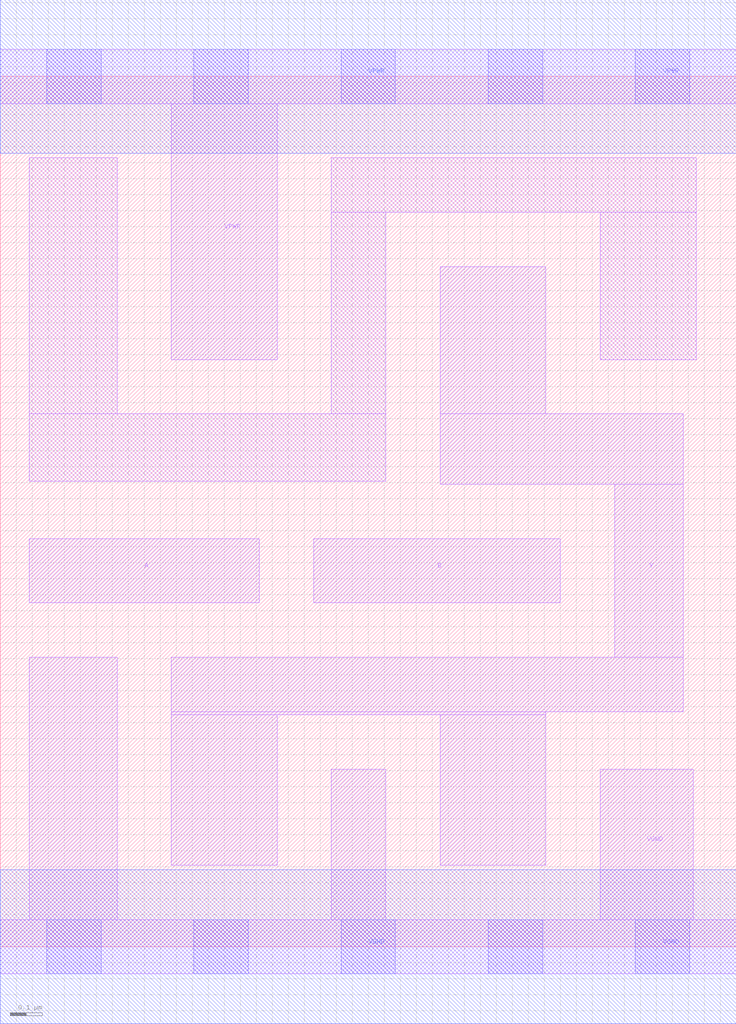
<source format=lef>
# Copyright 2020 The SkyWater PDK Authors
#
# Licensed under the Apache License, Version 2.0 (the "License");
# you may not use this file except in compliance with the License.
# You may obtain a copy of the License at
#
#     https://www.apache.org/licenses/LICENSE-2.0
#
# Unless required by applicable law or agreed to in writing, software
# distributed under the License is distributed on an "AS IS" BASIS,
# WITHOUT WARRANTIES OR CONDITIONS OF ANY KIND, either express or implied.
# See the License for the specific language governing permissions and
# limitations under the License.
#
# SPDX-License-Identifier: Apache-2.0

VERSION 5.7 ;
  NAMESCASESENSITIVE ON ;
  NOWIREEXTENSIONATPIN ON ;
  DIVIDERCHAR "/" ;
  BUSBITCHARS "[]" ;
UNITS
  DATABASE MICRONS 200 ;
END UNITS
MACRO sky130_fd_sc_hd__nor2_2
  CLASS CORE ;
  SOURCE USER ;
  FOREIGN sky130_fd_sc_hd__nor2_2 ;
  ORIGIN  0.000000  0.000000 ;
  SIZE  2.300000 BY  2.720000 ;
  SYMMETRY X Y R90 ;
  SITE unithd ;
  PIN A
    ANTENNAGATEAREA  0.495000 ;
    DIRECTION INPUT ;
    USE SIGNAL ;
    PORT
      LAYER li1 ;
        RECT 0.090000 1.075000 0.810000 1.275000 ;
    END
  END A
  PIN B
    ANTENNAGATEAREA  0.495000 ;
    DIRECTION INPUT ;
    USE SIGNAL ;
    PORT
      LAYER li1 ;
        RECT 0.980000 1.075000 1.750000 1.275000 ;
    END
  END B
  PIN Y
    ANTENNADIFFAREA  0.621000 ;
    DIRECTION OUTPUT ;
    USE SIGNAL ;
    PORT
      LAYER li1 ;
        RECT 0.535000 0.255000 0.865000 0.725000 ;
        RECT 0.535000 0.725000 1.705000 0.735000 ;
        RECT 0.535000 0.735000 2.135000 0.905000 ;
        RECT 1.375000 0.255000 1.705000 0.725000 ;
        RECT 1.375000 1.445000 2.135000 1.665000 ;
        RECT 1.375000 1.665000 1.705000 2.125000 ;
        RECT 1.920000 0.905000 2.135000 1.445000 ;
    END
  END Y
  PIN VGND
    DIRECTION INOUT ;
    SHAPE ABUTMENT ;
    USE GROUND ;
    PORT
      LAYER li1 ;
        RECT 0.000000 -0.085000 2.300000 0.085000 ;
        RECT 0.090000  0.085000 0.365000 0.905000 ;
        RECT 1.035000  0.085000 1.205000 0.555000 ;
        RECT 1.875000  0.085000 2.165000 0.555000 ;
      LAYER mcon ;
        RECT 0.145000 -0.085000 0.315000 0.085000 ;
        RECT 0.605000 -0.085000 0.775000 0.085000 ;
        RECT 1.065000 -0.085000 1.235000 0.085000 ;
        RECT 1.525000 -0.085000 1.695000 0.085000 ;
        RECT 1.985000 -0.085000 2.155000 0.085000 ;
      LAYER met1 ;
        RECT 0.000000 -0.240000 2.300000 0.240000 ;
    END
  END VGND
  PIN VPWR
    DIRECTION INOUT ;
    SHAPE ABUTMENT ;
    USE POWER ;
    PORT
      LAYER li1 ;
        RECT 0.000000 2.635000 2.300000 2.805000 ;
        RECT 0.535000 1.835000 0.865000 2.635000 ;
      LAYER mcon ;
        RECT 0.145000 2.635000 0.315000 2.805000 ;
        RECT 0.605000 2.635000 0.775000 2.805000 ;
        RECT 1.065000 2.635000 1.235000 2.805000 ;
        RECT 1.525000 2.635000 1.695000 2.805000 ;
        RECT 1.985000 2.635000 2.155000 2.805000 ;
      LAYER met1 ;
        RECT 0.000000 2.480000 2.300000 2.960000 ;
    END
  END VPWR
  OBS
    LAYER li1 ;
      RECT 0.090000 1.455000 1.205000 1.665000 ;
      RECT 0.090000 1.665000 0.365000 2.465000 ;
      RECT 1.035000 1.665000 1.205000 2.295000 ;
      RECT 1.035000 2.295000 2.175000 2.465000 ;
      RECT 1.875000 1.835000 2.175000 2.295000 ;
  END
END sky130_fd_sc_hd__nor2_2
END LIBRARY

</source>
